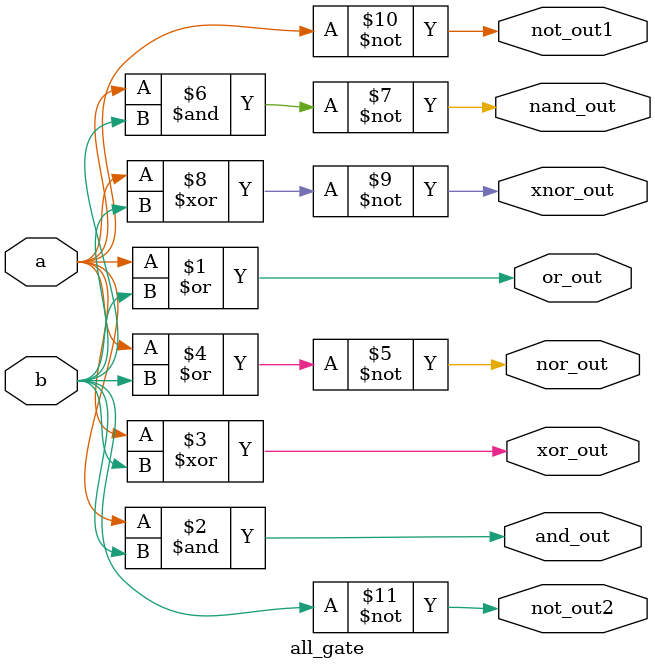
<source format=v>
`timescale 1ns / 1ps


module all_gate(
    input a,
    input b,
    output not_out1,
    output not_out2,
    output or_out,
    output and_out,
    output xor_out,
    output nor_out,
    output nand_out,
    output xnor_out
    );
    
    //GATE LEVEL modeling
    not(not_out1, a);
    not(not_out2, b);
    or(or_out, a, b);
    and(and_out, a, b);
    xor(xor_out, a ,b);
    nor(nor_out, a, b);
    nand(nand_out, a, b);
    xnor(xnor_out, a, b);
       
endmodule

</source>
